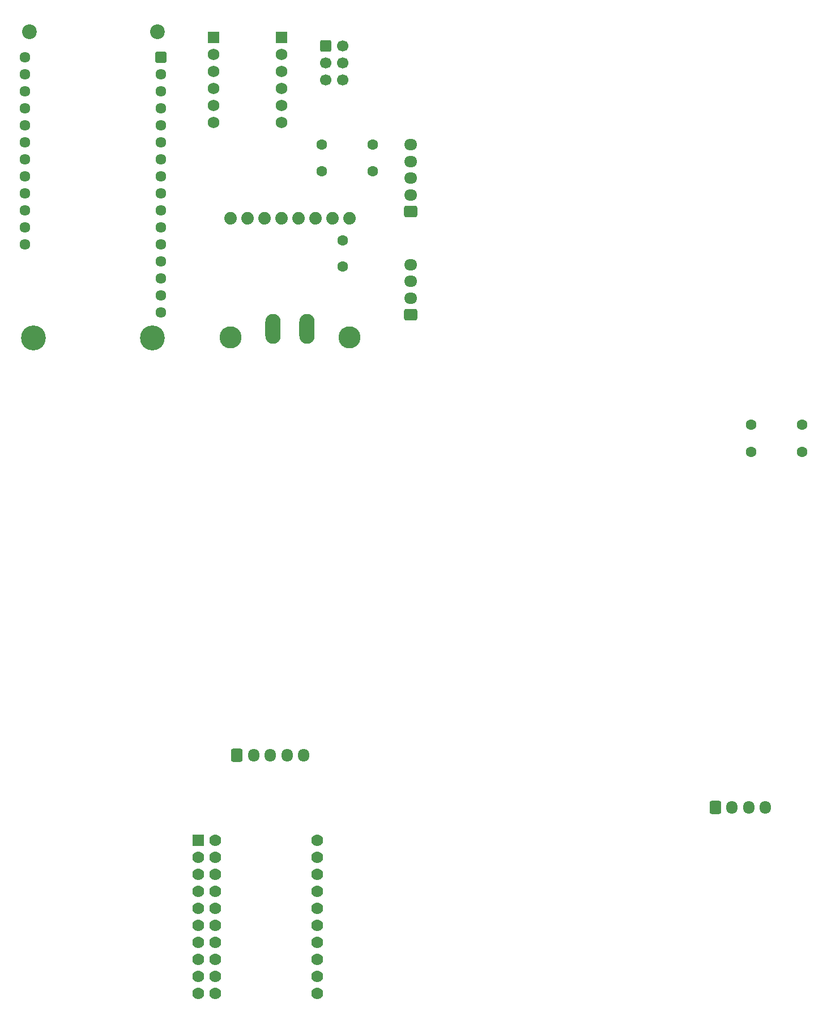
<source format=gbr>
%TF.GenerationSoftware,KiCad,Pcbnew,9.0.2*%
%TF.CreationDate,2025-06-23T18:11:02+02:00*%
%TF.ProjectId,trotten pcb,74726f74-7465-46e2-9070-63622e6b6963,rev?*%
%TF.SameCoordinates,Original*%
%TF.FileFunction,Soldermask,Bot*%
%TF.FilePolarity,Negative*%
%FSLAX46Y46*%
G04 Gerber Fmt 4.6, Leading zero omitted, Abs format (unit mm)*
G04 Created by KiCad (PCBNEW 9.0.2) date 2025-06-23 18:11:02*
%MOMM*%
%LPD*%
G01*
G04 APERTURE LIST*
G04 Aperture macros list*
%AMRoundRect*
0 Rectangle with rounded corners*
0 $1 Rounding radius*
0 $2 $3 $4 $5 $6 $7 $8 $9 X,Y pos of 4 corners*
0 Add a 4 corners polygon primitive as box body*
4,1,4,$2,$3,$4,$5,$6,$7,$8,$9,$2,$3,0*
0 Add four circle primitives for the rounded corners*
1,1,$1+$1,$2,$3*
1,1,$1+$1,$4,$5*
1,1,$1+$1,$6,$7*
1,1,$1+$1,$8,$9*
0 Add four rect primitives between the rounded corners*
20,1,$1+$1,$2,$3,$4,$5,0*
20,1,$1+$1,$4,$5,$6,$7,0*
20,1,$1+$1,$6,$7,$8,$9,0*
20,1,$1+$1,$8,$9,$2,$3,0*%
G04 Aperture macros list end*
%ADD10RoundRect,0.250000X-0.600000X-0.600000X0.600000X-0.600000X0.600000X0.600000X-0.600000X0.600000X0*%
%ADD11C,1.700000*%
%ADD12O,2.286000X4.470400*%
%ADD13C,1.879600*%
%ADD14C,3.301600*%
%ADD15RoundRect,0.800800X-0.000010X-0.000010X0.000010X-0.000010X0.000010X0.000010X-0.000010X0.000010X0*%
%ADD16C,1.600000*%
%ADD17RoundRect,0.250000X-0.600000X-0.725000X0.600000X-0.725000X0.600000X0.725000X-0.600000X0.725000X0*%
%ADD18O,1.700000X1.950000*%
%ADD19R,1.778000X1.778000*%
%ADD20C,1.778000*%
%ADD21RoundRect,0.250000X0.725000X-0.600000X0.725000X0.600000X-0.725000X0.600000X-0.725000X-0.600000X0*%
%ADD22O,1.950000X1.700000*%
%ADD23C,1.728000*%
%ADD24RoundRect,0.102000X-0.762000X-0.762000X0.762000X-0.762000X0.762000X0.762000X-0.762000X0.762000X0*%
%ADD25C,2.200000*%
%ADD26RoundRect,0.102000X0.704000X-0.704000X0.704000X0.704000X-0.704000X0.704000X-0.704000X-0.704000X0*%
%ADD27C,1.612000*%
%ADD28C,3.720000*%
G04 APERTURE END LIST*
D10*
%TO.C,J5*%
X125250000Y-35750000D03*
D11*
X127790000Y-35750000D03*
X125250000Y-38290000D03*
X127790000Y-38290000D03*
X125250000Y-40830000D03*
X127790000Y-40830000D03*
%TD*%
D12*
%TO.C,U7*%
X122475000Y-77966800D03*
D13*
X113585000Y-61456800D03*
X126285000Y-61456800D03*
X118665000Y-61456800D03*
X121205000Y-61456800D03*
X123745000Y-61456800D03*
X128825000Y-61456800D03*
X116125000Y-61456800D03*
D12*
X117395000Y-77966800D03*
D13*
X111045000Y-61456800D03*
D14*
X128825000Y-79236800D03*
D15*
X127809000Y-68695800D03*
X127809000Y-64758800D03*
D14*
X111045000Y-79236800D03*
%TD*%
D16*
%TO.C,R4*%
X124690000Y-54500000D03*
X132310000Y-54500000D03*
%TD*%
%TO.C,R3*%
X124690000Y-50500000D03*
X132310000Y-50500000D03*
%TD*%
%TO.C,R2*%
X188880000Y-96400000D03*
X196500000Y-96400000D03*
%TD*%
%TO.C,R1*%
X188880000Y-92350000D03*
X196500000Y-92350000D03*
%TD*%
D17*
%TO.C,J3*%
X112000000Y-141700000D03*
D18*
X114500000Y-141700000D03*
X117000000Y-141700000D03*
X119500000Y-141700000D03*
X122000000Y-141700000D03*
%TD*%
D19*
%TO.C,MODULE1*%
X106220000Y-154420000D03*
D20*
X106220000Y-156960000D03*
X106220000Y-159500000D03*
X106220000Y-162040000D03*
X106220000Y-164580000D03*
X106220000Y-167120000D03*
X106220000Y-169660000D03*
X106220000Y-172200000D03*
X106220000Y-174740000D03*
X106220000Y-177280000D03*
X108760000Y-154420000D03*
X108760000Y-156960000D03*
X108760000Y-159500000D03*
X108760000Y-162040000D03*
X108760000Y-164580000D03*
X108760000Y-167120000D03*
X108760000Y-169660000D03*
X108760000Y-172200000D03*
X108760000Y-174740000D03*
X108760000Y-177280000D03*
X124000000Y-177280000D03*
X124000000Y-174740000D03*
X124000000Y-172200000D03*
X124000000Y-169660000D03*
X124000000Y-167120000D03*
X124000000Y-164580000D03*
X124000000Y-162040000D03*
X124000000Y-159500000D03*
X124000000Y-156960000D03*
X124000000Y-154420000D03*
%TD*%
D21*
%TO.C,J1*%
X138000000Y-75900000D03*
D22*
X138000000Y-73400000D03*
X138000000Y-70900000D03*
X138000000Y-68400000D03*
%TD*%
D23*
%TO.C,U2*%
X118660000Y-42080000D03*
X108500000Y-42080000D03*
X118660000Y-39540000D03*
D24*
X118660000Y-34460000D03*
D23*
X118660000Y-37000000D03*
X118660000Y-44620000D03*
X118660000Y-47160000D03*
X108500000Y-39540000D03*
D24*
X108500000Y-34460000D03*
D23*
X108500000Y-37000000D03*
X108500000Y-44620000D03*
X108500000Y-47160000D03*
%TD*%
D17*
%TO.C,J4*%
X183500000Y-149500000D03*
D18*
X186000000Y-149500000D03*
X188500000Y-149500000D03*
X191000000Y-149500000D03*
%TD*%
D21*
%TO.C,J2*%
X138000000Y-60500000D03*
D22*
X138000000Y-58000000D03*
X138000000Y-55500000D03*
X138000000Y-53000000D03*
X138000000Y-50500000D03*
%TD*%
D25*
%TO.C,U3*%
X80975000Y-33640000D03*
X100088500Y-33640000D03*
D26*
X100660000Y-37450000D03*
D27*
X100660000Y-39990000D03*
X100660000Y-42530000D03*
X100660000Y-45070000D03*
X100660000Y-47610000D03*
X100660000Y-50150000D03*
X100660000Y-52690000D03*
X100660000Y-55230000D03*
X100660000Y-57770000D03*
X100660000Y-60310000D03*
X100660000Y-62850000D03*
X100660000Y-65390000D03*
X100660000Y-67930000D03*
X100660000Y-70470000D03*
X100660000Y-73010000D03*
X100660000Y-75550000D03*
X80340000Y-65390000D03*
X80340000Y-62850000D03*
X80340000Y-60310000D03*
X80340000Y-57770000D03*
X80340000Y-55230000D03*
X80340000Y-52690000D03*
X80340000Y-50150000D03*
X80340000Y-47610000D03*
X80340000Y-45070000D03*
X80340000Y-42530000D03*
X80340000Y-39990000D03*
X80340000Y-37450000D03*
D28*
X99390000Y-79360000D03*
X81610000Y-79360000D03*
%TD*%
M02*

</source>
